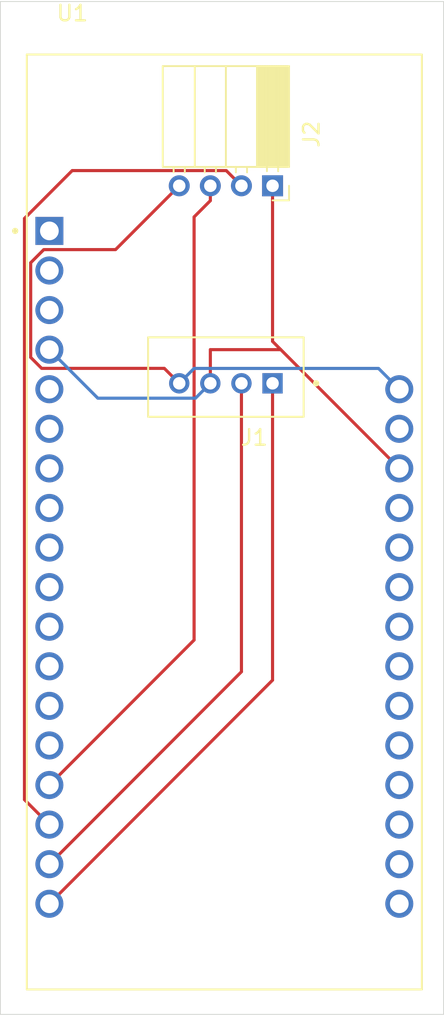
<source format=kicad_pcb>
(kicad_pcb (version 20241229) (generator "pcbnew") (generator_version "9.0")
  (layers (0 "F.Cu" signal) (2 "B.Cu" signal) (13 "F.Paste" user) (15 "B.Paste" user) (5 "F.SilkS" user "F.Silkscreen") (7 "B.SilkS" user "B.Silkscreen") (1 "F.Mask" user) (3 "B.Mask" user) (25 "Edge.Cuts" user))
  (net 0 "")
  (net 1 "TX")
  (net 2 "vcc")
  (net 3 "GND")
  (net 4 "RX")
  (net 5 "TX_1")
  (net 6 "RX_1")
  (footprint "Connector_PinSocket_2.00mm:PinSocket_1x04_P2.00mm_Horizontal" (layer "F.Cu") (at 173.5 70.325 -90)
    (property "Reference" "J2" (at -3.31 -2.5 90) (layer "F.SilkS"))
    (property "Value" "Conn_01x04_Pin")
    (fp_line (start -7.68 7.06) (end -1.21 7.06) (stroke (width 0.12)) (layer "F.SilkS"))
    (fp_line (start -1.21 6.36) (end -0.862917 6.36) (stroke (width 0.12)) (layer "F.SilkS"))
    (fp_line (start -1.21 5.64) (end -0.862917 5.64) (stroke (width 0.12)) (layer "F.SilkS"))
    (fp_line (start -7.68 5) (end -1.21 5) (stroke (width 0.12)) (layer "F.SilkS"))
    (fp_line (start -1.21 4.36) (end -0.862917 4.36) (stroke (width 0.12)) (layer "F.SilkS"))
    (fp_line (start -1.21 3.64) (end -0.862917 3.64) (stroke (width 0.12)) (layer "F.SilkS"))
    (fp_line (start -7.68 3) (end -1.21 3) (stroke (width 0.12)) (layer "F.SilkS"))
    (fp_line (start -1.21 2.36) (end -0.862917 2.36) (stroke (width 0.12)) (layer "F.SilkS"))
    (fp_line (start -1.21 1.64) (end -0.862917 1.64) (stroke (width 0.12)) (layer "F.SilkS"))
    (fp_line (start -7.68 1) (end -1.21 1) (stroke (width 0.12)) (layer "F.SilkS"))
    (fp_line (start -7.68 0.885888) (end -1.21 0.885888) (stroke (width 0.12)) (layer "F.SilkS"))
    (fp_line (start -7.68 0.77177) (end -1.21 0.77177) (stroke (width 0.12)) (layer "F.SilkS"))
    (fp_line (start -7.68 0.657652) (end -1.21 0.657652) (stroke (width 0.12)) (layer "F.SilkS"))
    (fp_line (start -7.68 0.543534) (end -1.21 0.543534) (stroke (width 0.12)) (layer "F.SilkS"))
    (fp_line (start -7.68 0.429416) (end -1.21 0.429416) (stroke (width 0.12)) (layer "F.SilkS"))
    (fp_line (start -1.21 0.36) (end -0.935 0.36) (stroke (width 0.12)) (layer "F.SilkS"))
    (fp_line (start -7.68 0.315298) (end -1.21 0.315298) (stroke (width 0.12)) (layer "F.SilkS"))
    (fp_line (start -7.68 0.20118) (end -1.21 0.20118) (stroke (width 0.12)) (layer "F.SilkS"))
    (fp_line (start -7.68 0.087062) (end -1.21 0.087062) (stroke (width 0.12)) (layer "F.SilkS"))
    (fp_line (start -7.68 -0.027056) (end -1.21 -0.027056) (stroke (width 0.12)) (layer "F.SilkS"))
    (fp_line (start -7.68 -0.141174) (end -1.21 -0.141174) (stroke (width 0.12)) (layer "F.SilkS"))
    (fp_line (start -7.68 -0.255292) (end -1.21 -0.255292) (stroke (width 0.12)) (layer "F.SilkS"))
    (fp_line (start -1.21 -0.36) (end -0.935 -0.36) (stroke (width 0.12)) (layer "F.SilkS"))
    (fp_line (start -7.68 -0.36941) (end -1.21 -0.36941) (stroke (width 0.12)) (layer "F.SilkS"))
    (fp_line (start -7.68 -0.483528) (end -1.21 -0.483528) (stroke (width 0.12)) (layer "F.SilkS"))
    (fp_line (start -7.68 -0.597646) (end -1.21 -0.597646) (stroke (width 0.12)) (layer "F.SilkS"))
    (fp_line (start -7.68 -0.711764) (end -1.21 -0.711764) (stroke (width 0.12)) (layer "F.SilkS"))
    (fp_line (start -7.68 -0.825882) (end -1.21 -0.825882) (stroke (width 0.12)) (layer "F.SilkS"))
    (fp_line (start -7.68 -0.94) (end -1.21 -0.94) (stroke (width 0.12)) (layer "F.SilkS"))
    (fp_line (start -7.68 -1.06) (end -7.68 7.06) (stroke (width 0.12)) (layer "F.SilkS"))
    (fp_line (start -7.68 -1.06) (end -1.21 -1.06) (stroke (width 0.12)) (layer "F.SilkS"))
    (fp_line (start -1.21 -1.06) (end -1.21 7.06) (stroke (width 0.12)) (layer "F.SilkS"))
    (fp_line (start 0 -1.06) (end 0.935 -1.06) (stroke (width 0.12)) (layer "F.SilkS"))
    (fp_line (start 0.935 -1.06) (end 0.935 0) (stroke (width 0.12)) (layer "F.SilkS"))
    (pad "1" thru_hole rect (at 0 0 270) (size 1.35 1.35) (drill 0.8) (layers "*.Cu" "*.Mask") (net 3 "GND"))
    (pad "2" thru_hole circle (at 0 2 270) (size 1.35 1.35) (drill 0.8) (layers "*.Cu" "*.Mask") (net 1 "TX"))
    (pad "3" thru_hole circle (at 0 4 270) (size 1.35 1.35) (drill 0.8) (layers "*.Cu" "*.Mask") (net 4 "RX"))
    (pad "4" thru_hole circle (at 0 6 270) (size 1.35 1.35) (drill 0.8) (layers "*.Cu" "*.Mask") (net 2 "vcc"))
  )
  (footprint "warre:SEEED_110990030" (layer "F.Cu") (at 170.5 83 180)
    (property "Reference" "J1" (at -1.825 -3.485 0) (layer "F.SilkS"))
    (property "Value" "110990030")
    (fp_line (start 5 2.95) (end -5 2.95) (stroke (width 0.127)) (layer "F.SilkS"))
    (fp_line (start 5 -2.15) (end 5 2.95) (stroke (width 0.127)) (layer "F.SilkS"))
    (fp_line (start -5 2.95) (end -5 -2.15) (stroke (width 0.127)) (layer "F.SilkS"))
    (fp_line (start -5 -2.15) (end 5 -2.15) (stroke (width 0.127)) (layer "F.SilkS"))
    (fp_circle (center -5.8 0) (end -5.7 0) (stroke (width 0.2)) (fill no) (layer "F.SilkS"))
    (pad "1" thru_hole rect (at -3 0 180) (size 1.308 1.308) (drill 0.8) (layers "*.Cu" "*.Mask") (net 5 "TX_1"))
    (pad "2" thru_hole circle (at -1 0 180) (size 1.308 1.308) (drill 0.8) (layers "*.Cu" "*.Mask") (net 6 "RX_1"))
    (pad "3" thru_hole circle (at 1 0 180) (size 1.308 1.308) (drill 0.8) (layers "*.Cu" "*.Mask") (net 3 "GND"))
    (pad "4" thru_hole circle (at 3 0 180) (size 1.308 1.308) (drill 0.8) (layers "*.Cu" "*.Mask") (net 2 "vcc"))
  )
  (footprint "warre:MODULE_DFR0654" (layer "F.Cu") (at 170.4 91.9)
    (property "Reference" "U1" (at -9.775 -32.65 0) (layer "F.SilkS"))
    (property "Value" "DFR0654")
    (fp_line (start -12.7 -30) (end -12.7 30) (stroke (width 0.127)) (layer "F.SilkS"))
    (fp_line (start 12.7 -30) (end -12.7 -30) (stroke (width 0.127)) (layer "F.SilkS"))
    (fp_line (start 12.7 -30) (end 12.7 30) (stroke (width 0.127)) (layer "F.SilkS"))
    (fp_line (start 12.7 30) (end -12.7 30) (stroke (width 0.127)) (layer "F.SilkS"))
    (fp_circle (center -13.45 -18.68) (end -13.35 -18.68) (stroke (width 0.2)) (fill no) (layer "F.SilkS"))
    (pad "" np_thru_hole circle (at -11.1 -28.4) (size 2 2) (drill 2) (layers "*.Cu" "*.Mask"))
    (pad "" np_thru_hole circle (at -11.1 28.4) (size 2 2) (drill 2) (layers "*.Cu" "*.Mask"))
    (pad "" np_thru_hole circle (at 11.1 -28.4) (size 2 2) (drill 2) (layers "*.Cu" "*.Mask"))
    (pad "" np_thru_hole circle (at 11.1 28.4) (size 2 2) (drill 2) (layers "*.Cu" "*.Mask"))
    (pad "1" thru_hole rect (at -11.25 -18.68) (size 1.8 1.8) (drill 1.2) (layers "*.Cu" "*.Mask"))
    (pad "2" thru_hole circle (at -11.25 -16.14) (size 1.8 1.8) (drill 1.2) (layers "*.Cu" "*.Mask"))
    (pad "3" thru_hole circle (at -11.25 -13.6) (size 1.8 1.8) (drill 1.2) (layers "*.Cu" "*.Mask"))
    (pad "4" thru_hole circle (at -11.25 -11.06) (size 1.8 1.8) (drill 1.2) (layers "*.Cu" "*.Mask") (net 3 "GND"))
    (pad "5" thru_hole circle (at -11.25 -8.52) (size 1.8 1.8) (drill 1.2) (layers "*.Cu" "*.Mask"))
    (pad "6" thru_hole circle (at -11.25 -5.98) (size 1.8 1.8) (drill 1.2) (layers "*.Cu" "*.Mask"))
    (pad "7" thru_hole circle (at -11.25 -3.44) (size 1.8 1.8) (drill 1.2) (layers "*.Cu" "*.Mask"))
    (pad "8" thru_hole circle (at -11.25 -0.9) (size 1.8 1.8) (drill 1.2) (layers "*.Cu" "*.Mask"))
    (pad "9" thru_hole circle (at -11.25 1.64) (size 1.8 1.8) (drill 1.2) (layers "*.Cu" "*.Mask"))
    (pad "10" thru_hole circle (at -11.25 4.18) (size 1.8 1.8) (drill 1.2) (layers "*.Cu" "*.Mask"))
    (pad "11" thru_hole circle (at -11.25 6.72) (size 1.8 1.8) (drill 1.2) (layers "*.Cu" "*.Mask"))
    (pad "12" thru_hole circle (at -11.25 9.26) (size 1.8 1.8) (drill 1.2) (layers "*.Cu" "*.Mask"))
    (pad "13" thru_hole circle (at -11.25 11.8) (size 1.8 1.8) (drill 1.2) (layers "*.Cu" "*.Mask"))
    (pad "14" thru_hole circle (at -11.25 14.34) (size 1.8 1.8) (drill 1.2) (layers "*.Cu" "*.Mask"))
    (pad "15" thru_hole circle (at -11.25 16.88) (size 1.8 1.8) (drill 1.2) (layers "*.Cu" "*.Mask") (net 4 "RX"))
    (pad "16" thru_hole circle (at -11.25 19.42) (size 1.8 1.8) (drill 1.2) (layers "*.Cu" "*.Mask") (net 1 "TX"))
    (pad "17" thru_hole circle (at -11.25 21.96) (size 1.8 1.8) (drill 1.2) (layers "*.Cu" "*.Mask") (net 6 "RX_1"))
    (pad "18" thru_hole circle (at -11.25 24.5) (size 1.8 1.8) (drill 1.2) (layers "*.Cu" "*.Mask") (net 5 "TX_1"))
    (pad "19" thru_hole circle (at 11.25 24.5) (size 1.8 1.8) (drill 1.2) (layers "*.Cu" "*.Mask"))
    (pad "20" thru_hole circle (at 11.25 21.96) (size 1.8 1.8) (drill 1.2) (layers "*.Cu" "*.Mask"))
    (pad "21" thru_hole circle (at 11.25 19.42) (size 1.8 1.8) (drill 1.2) (layers "*.Cu" "*.Mask"))
    (pad "22" thru_hole circle (at 11.25 16.88) (size 1.8 1.8) (drill 1.2) (layers "*.Cu" "*.Mask"))
    (pad "23" thru_hole circle (at 11.25 14.34) (size 1.8 1.8) (drill 1.2) (layers "*.Cu" "*.Mask"))
    (pad "24" thru_hole circle (at 11.25 11.8) (size 1.8 1.8) (drill 1.2) (layers "*.Cu" "*.Mask"))
    (pad "25" thru_hole circle (at 11.25 9.26) (size 1.8 1.8) (drill 1.2) (layers "*.Cu" "*.Mask"))
    (pad "26" thru_hole circle (at 11.25 6.72) (size 1.8 1.8) (drill 1.2) (layers "*.Cu" "*.Mask"))
    (pad "27" thru_hole circle (at 11.25 4.18) (size 1.8 1.8) (drill 1.2) (layers "*.Cu" "*.Mask"))
    (pad "28" thru_hole circle (at 11.25 1.64) (size 1.8 1.8) (drill 1.2) (layers "*.Cu" "*.Mask"))
    (pad "29" thru_hole circle (at 11.25 -0.9) (size 1.8 1.8) (drill 1.2) (layers "*.Cu" "*.Mask"))
    (pad "30" thru_hole circle (at 11.25 -3.44) (size 1.8 1.8) (drill 1.2) (layers "*.Cu" "*.Mask") (net 3 "GND"))
    (pad "31" thru_hole circle (at 11.25 -5.98) (size 1.8 1.8) (drill 1.2) (layers "*.Cu" "*.Mask"))
    (pad "32" thru_hole circle (at 11.25 -8.52) (size 1.8 1.8) (drill 1.2) (layers "*.Cu" "*.Mask") (net 2 "vcc"))
  )
  (gr_rect (start 156 58.5) (end 184.5 123.5) (stroke (width 0.05)) (fill no) (layer "Edge.Cuts"))
  (segment (start 157.548 72.42) (end 157.548 109.718) (width 0.2) (layer "F.Cu") (net 1))
  (segment (start 157.548 109.718) (end 159.15 111.32) (width 0.2) (layer "F.Cu") (net 1))
  (segment (start 170.524 69.349) (end 160.619 69.349) (width 0.2) (layer "F.Cu") (net 1))
  (segment (start 160.619 69.349) (end 157.548 72.42) (width 0.2) (layer "F.Cu") (net 1))
  (segment (start 171.5 70.325) (end 170.524 69.349) (width 0.2) (layer "F.Cu") (net 1))
  (segment (start 157.949 81.337471) (end 157.949 75.262529) (width 0.2) (layer "F.Cu") (net 2))
  (segment (start 163.404 74.421) (end 167.5 70.325) (width 0.2) (layer "F.Cu") (net 2))
  (segment (start 166.541 82.041) (end 158.652529 82.041) (width 0.2) (layer "F.Cu") (net 2))
  (segment (start 158.652529 82.041) (end 157.949 81.337471) (width 0.2) (layer "F.Cu") (net 2))
  (segment (start 158.790529 74.421) (end 163.404 74.421) (width 0.2) (layer "F.Cu") (net 2))
  (segment (start 167.5 83) (end 166.541 82.041) (width 0.2) (layer "F.Cu") (net 2))
  (segment (start 157.949 75.262529) (end 158.790529 74.421) (width 0.2) (layer "F.Cu") (net 2))
  (segment (start 168.455 82.045) (end 167.5 83) (width 0.2) (layer "B.Cu") (net 2))
  (segment (start 181.65 83.38) (end 180.315 82.045) (width 0.2) (layer "B.Cu") (net 2))
  (segment (start 180.315 82.045) (end 168.455 82.045) (width 0.2) (layer "B.Cu") (net 2))
  (segment (start 173.5 80.31) (end 174.03 80.84) (width 0.2) (layer "F.Cu") (net 3))
  (segment (start 173.5 70.325) (end 173.5 80.31) (width 0.2) (layer "F.Cu") (net 3))
  (segment (start 174.03 80.84) (end 181.65 88.46) (width 0.2) (layer "F.Cu") (net 3))
  (segment (start 169.5 80.84) (end 174.03 80.84) (width 0.2) (layer "F.Cu") (net 3))
  (segment (start 169.5 83) (end 169.5 80.84) (width 0.2) (layer "F.Cu") (net 3))
  (segment (start 159.15 80.84) (end 162.265 83.955) (width 0.2) (layer "B.Cu") (net 3))
  (segment (start 168.545 83.955) (end 169.5 83) (width 0.2) (layer "B.Cu") (net 3))
  (segment (start 162.265 83.955) (end 168.545 83.955) (width 0.2) (layer "B.Cu") (net 3))
  (segment (start 169.5 70.325) (end 169.5 71.279594) (width 0.2) (layer "F.Cu") (net 4))
  (segment (start 168.455 99.475) (end 159.15 108.78) (width 0.2) (layer "F.Cu") (net 4))
  (segment (start 168.455 72.324594) (end 168.455 99.475) (width 0.2) (layer "F.Cu") (net 4))
  (segment (start 169.5 71.279594) (end 168.455 72.324594) (width 0.2) (layer "F.Cu") (net 4))
  (segment (start 173.5 83) (end 173.5 102.05) (width 0.2) (layer "F.Cu") (net 5))
  (segment (start 173.5 102.05) (end 159.15 116.4) (width 0.2) (layer "F.Cu") (net 5))
  (segment (start 171.5 83) (end 171.5 101.51) (width 0.2) (layer "F.Cu") (net 6))
  (segment (start 171.5 101.51) (end 159.15 113.86) (width 0.2) (layer "F.Cu") (net 6))
)
</source>
